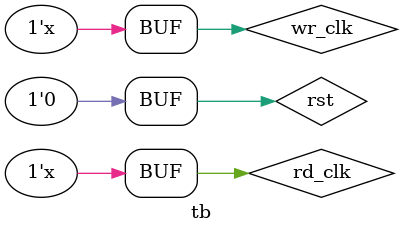
<source format=sv>
`include "toplevel.v"

module tb;
    reg wr_clk = 0;
    reg rd_clk = 0;
    wire data_in;
    wire wr_req;
    wire rd_req;
    reg rst;
    wire data_out;
    wire empty;
    wire full;

    initial begin
        $display("Testing Async Fifo");
        $dumpfile("test.vcd");
        $dumpvars(0,tb);

        #10 rst = 1;
        #10 rst = 0;
    end

    always #1 wr_clk = ~wr_clk;
    always #2 rd_clk = ~rd_clk;

    toplevel dut(wr_clk, rd_clk, data_in, wr_req, rd_req, rst, data_out, empty, full);

endmodule
</source>
